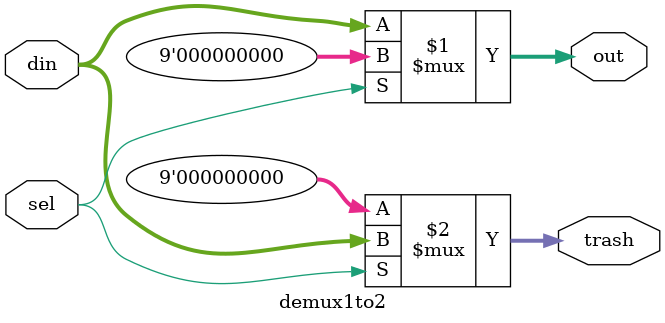
<source format=sv>
module demux1to2 #(parameter W = 9) (
    input  logic [W-1:0] din,
    input  logic         sel,
    output logic [W-1:0] out,
    output logic [W-1:0] trash
  );
  assign out   = sel ? '0 : din;    // when sel=1, drive out=0 (or leave high-Z)
  assign trash = sel ? din : '0;    // optional: capture “discarded” data
endmodule

</source>
